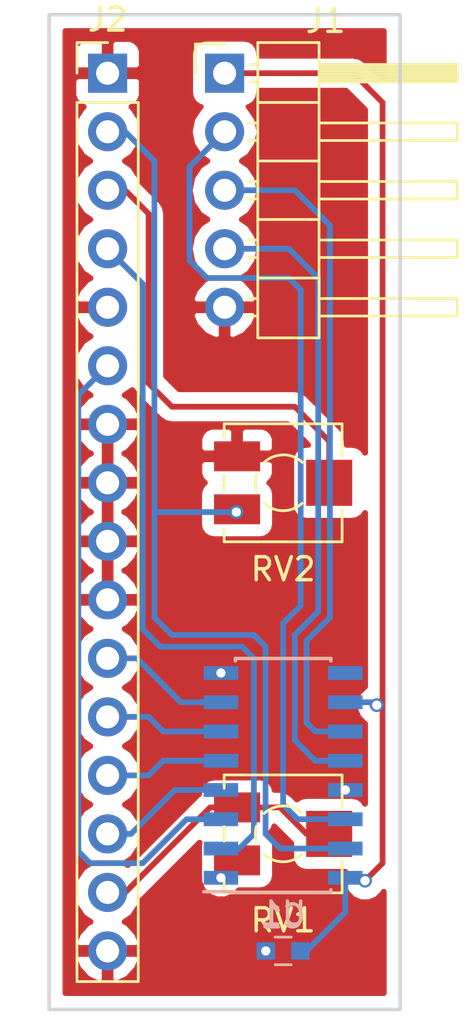
<source format=kicad_pcb>
(kicad_pcb (version 4) (host pcbnew 4.0.7)

  (general
    (links 29)
    (no_connects 0)
    (area 185.344999 76.124999 200.735001 119.455001)
    (thickness 1.6)
    (drawings 4)
    (tracks 101)
    (zones 0)
    (modules 6)
    (nets 17)
  )

  (page A4)
  (layers
    (0 F.Cu signal)
    (31 B.Cu signal)
    (32 B.Adhes user)
    (33 F.Adhes user)
    (34 B.Paste user)
    (35 F.Paste user)
    (36 B.SilkS user)
    (37 F.SilkS user)
    (38 B.Mask user)
    (39 F.Mask user)
    (40 Dwgs.User user)
    (41 Cmts.User user)
    (42 Eco1.User user)
    (43 Eco2.User user)
    (44 Edge.Cuts user)
    (45 Margin user)
    (46 B.CrtYd user)
    (47 F.CrtYd user)
    (48 B.Fab user)
    (49 F.Fab user)
  )

  (setup
    (last_trace_width 0.25)
    (trace_clearance 0.2)
    (zone_clearance 0.508)
    (zone_45_only no)
    (trace_min 0.2)
    (segment_width 0.2)
    (edge_width 0.15)
    (via_size 0.6)
    (via_drill 0.4)
    (via_min_size 0.4)
    (via_min_drill 0.3)
    (uvia_size 0.3)
    (uvia_drill 0.1)
    (uvias_allowed no)
    (uvia_min_size 0.2)
    (uvia_min_drill 0.1)
    (pcb_text_width 0.3)
    (pcb_text_size 1.5 1.5)
    (mod_edge_width 0.15)
    (mod_text_size 1 1)
    (mod_text_width 0.15)
    (pad_size 1.524 1.524)
    (pad_drill 0.762)
    (pad_to_mask_clearance 0.2)
    (aux_axis_origin 0 0)
    (visible_elements FFFFFF7F)
    (pcbplotparams
      (layerselection 0x00030_80000001)
      (usegerberextensions false)
      (excludeedgelayer true)
      (linewidth 0.100000)
      (plotframeref false)
      (viasonmask false)
      (mode 1)
      (useauxorigin false)
      (hpglpennumber 1)
      (hpglpenspeed 20)
      (hpglpendiameter 15)
      (hpglpenoverlay 2)
      (psnegative false)
      (psa4output false)
      (plotreference true)
      (plotvalue true)
      (plotinvisibletext false)
      (padsonsilk false)
      (subtractmaskfromsilk false)
      (outputformat 1)
      (mirror false)
      (drillshape 1)
      (scaleselection 1)
      (outputdirectory ""))
  )

  (net 0 "")
  (net 1 GND)
  (net 2 VCC)
  (net 3 /SER)
  (net 4 /SRCLK)
  (net 5 /RCLK)
  (net 6 /VDD)
  (net 7 /VO)
  (net 8 /RS)
  (net 9 /E)
  (net 10 /D4)
  (net 11 /D5)
  (net 12 /D6)
  (net 13 /D7)
  (net 14 /LED+)
  (net 15 "Net-(RV1-Pad1)")
  (net 16 "Net-(U1-Pad9)")

  (net_class Default "This is the default net class."
    (clearance 0.2)
    (trace_width 0.25)
    (via_dia 0.6)
    (via_drill 0.4)
    (uvia_dia 0.3)
    (uvia_drill 0.1)
    (add_net /D4)
    (add_net /D5)
    (add_net /D6)
    (add_net /D7)
    (add_net /E)
    (add_net /LED+)
    (add_net /RCLK)
    (add_net /RS)
    (add_net /SER)
    (add_net /SRCLK)
    (add_net /VDD)
    (add_net /VO)
    (add_net GND)
    (add_net "Net-(RV1-Pad1)")
    (add_net "Net-(U1-Pad9)")
    (add_net VCC)
  )

  (module Capacitors_SMD:C_0603 (layer B.Cu) (tedit 59958EE7) (tstamp 5AAC77D6)
    (at 195.58 116.84 180)
    (descr "Capacitor SMD 0603, reflow soldering, AVX (see smccp.pdf)")
    (tags "capacitor 0603")
    (path /5AAC74DF)
    (attr smd)
    (fp_text reference C1 (at 0 1.5 180) (layer B.SilkS)
      (effects (font (size 1 1) (thickness 0.15)) (justify mirror))
    )
    (fp_text value 0.1uF (at 0 -1.5 180) (layer B.Fab)
      (effects (font (size 1 1) (thickness 0.15)) (justify mirror))
    )
    (fp_line (start 1.4 -0.65) (end -1.4 -0.65) (layer B.CrtYd) (width 0.05))
    (fp_line (start 1.4 -0.65) (end 1.4 0.65) (layer B.CrtYd) (width 0.05))
    (fp_line (start -1.4 0.65) (end -1.4 -0.65) (layer B.CrtYd) (width 0.05))
    (fp_line (start -1.4 0.65) (end 1.4 0.65) (layer B.CrtYd) (width 0.05))
    (fp_line (start 0.35 -0.6) (end -0.35 -0.6) (layer B.SilkS) (width 0.12))
    (fp_line (start -0.35 0.6) (end 0.35 0.6) (layer B.SilkS) (width 0.12))
    (fp_line (start -0.8 0.4) (end 0.8 0.4) (layer B.Fab) (width 0.1))
    (fp_line (start 0.8 0.4) (end 0.8 -0.4) (layer B.Fab) (width 0.1))
    (fp_line (start 0.8 -0.4) (end -0.8 -0.4) (layer B.Fab) (width 0.1))
    (fp_line (start -0.8 -0.4) (end -0.8 0.4) (layer B.Fab) (width 0.1))
    (fp_text user %R (at 0 0 180) (layer B.Fab)
      (effects (font (size 0.3 0.3) (thickness 0.075)) (justify mirror))
    )
    (pad 2 smd rect (at 0.75 0 180) (size 0.8 0.75) (layers B.Cu B.Paste B.Mask)
      (net 1 GND))
    (pad 1 smd rect (at -0.75 0 180) (size 0.8 0.75) (layers B.Cu B.Paste B.Mask)
      (net 2 VCC))
    (model Capacitors_SMD.3dshapes/C_0603.wrl
      (at (xyz 0 0 0))
      (scale (xyz 1 1 1))
      (rotate (xyz 0 0 0))
    )
  )

  (module Pin_Headers:Pin_Header_Angled_1x05_Pitch2.54mm (layer F.Cu) (tedit 59650532) (tstamp 5AAC7830)
    (at 193.04 78.74)
    (descr "Through hole angled pin header, 1x05, 2.54mm pitch, 6mm pin length, single row")
    (tags "Through hole angled pin header THT 1x05 2.54mm single row")
    (path /5AAC6E3E)
    (fp_text reference J1 (at 4.385 -2.27) (layer F.SilkS)
      (effects (font (size 1 1) (thickness 0.15)))
    )
    (fp_text value Conn_01x05 (at 4.385 12.43) (layer F.Fab)
      (effects (font (size 1 1) (thickness 0.15)))
    )
    (fp_line (start 2.135 -1.27) (end 4.04 -1.27) (layer F.Fab) (width 0.1))
    (fp_line (start 4.04 -1.27) (end 4.04 11.43) (layer F.Fab) (width 0.1))
    (fp_line (start 4.04 11.43) (end 1.5 11.43) (layer F.Fab) (width 0.1))
    (fp_line (start 1.5 11.43) (end 1.5 -0.635) (layer F.Fab) (width 0.1))
    (fp_line (start 1.5 -0.635) (end 2.135 -1.27) (layer F.Fab) (width 0.1))
    (fp_line (start -0.32 -0.32) (end 1.5 -0.32) (layer F.Fab) (width 0.1))
    (fp_line (start -0.32 -0.32) (end -0.32 0.32) (layer F.Fab) (width 0.1))
    (fp_line (start -0.32 0.32) (end 1.5 0.32) (layer F.Fab) (width 0.1))
    (fp_line (start 4.04 -0.32) (end 10.04 -0.32) (layer F.Fab) (width 0.1))
    (fp_line (start 10.04 -0.32) (end 10.04 0.32) (layer F.Fab) (width 0.1))
    (fp_line (start 4.04 0.32) (end 10.04 0.32) (layer F.Fab) (width 0.1))
    (fp_line (start -0.32 2.22) (end 1.5 2.22) (layer F.Fab) (width 0.1))
    (fp_line (start -0.32 2.22) (end -0.32 2.86) (layer F.Fab) (width 0.1))
    (fp_line (start -0.32 2.86) (end 1.5 2.86) (layer F.Fab) (width 0.1))
    (fp_line (start 4.04 2.22) (end 10.04 2.22) (layer F.Fab) (width 0.1))
    (fp_line (start 10.04 2.22) (end 10.04 2.86) (layer F.Fab) (width 0.1))
    (fp_line (start 4.04 2.86) (end 10.04 2.86) (layer F.Fab) (width 0.1))
    (fp_line (start -0.32 4.76) (end 1.5 4.76) (layer F.Fab) (width 0.1))
    (fp_line (start -0.32 4.76) (end -0.32 5.4) (layer F.Fab) (width 0.1))
    (fp_line (start -0.32 5.4) (end 1.5 5.4) (layer F.Fab) (width 0.1))
    (fp_line (start 4.04 4.76) (end 10.04 4.76) (layer F.Fab) (width 0.1))
    (fp_line (start 10.04 4.76) (end 10.04 5.4) (layer F.Fab) (width 0.1))
    (fp_line (start 4.04 5.4) (end 10.04 5.4) (layer F.Fab) (width 0.1))
    (fp_line (start -0.32 7.3) (end 1.5 7.3) (layer F.Fab) (width 0.1))
    (fp_line (start -0.32 7.3) (end -0.32 7.94) (layer F.Fab) (width 0.1))
    (fp_line (start -0.32 7.94) (end 1.5 7.94) (layer F.Fab) (width 0.1))
    (fp_line (start 4.04 7.3) (end 10.04 7.3) (layer F.Fab) (width 0.1))
    (fp_line (start 10.04 7.3) (end 10.04 7.94) (layer F.Fab) (width 0.1))
    (fp_line (start 4.04 7.94) (end 10.04 7.94) (layer F.Fab) (width 0.1))
    (fp_line (start -0.32 9.84) (end 1.5 9.84) (layer F.Fab) (width 0.1))
    (fp_line (start -0.32 9.84) (end -0.32 10.48) (layer F.Fab) (width 0.1))
    (fp_line (start -0.32 10.48) (end 1.5 10.48) (layer F.Fab) (width 0.1))
    (fp_line (start 4.04 9.84) (end 10.04 9.84) (layer F.Fab) (width 0.1))
    (fp_line (start 10.04 9.84) (end 10.04 10.48) (layer F.Fab) (width 0.1))
    (fp_line (start 4.04 10.48) (end 10.04 10.48) (layer F.Fab) (width 0.1))
    (fp_line (start 1.44 -1.33) (end 1.44 11.49) (layer F.SilkS) (width 0.12))
    (fp_line (start 1.44 11.49) (end 4.1 11.49) (layer F.SilkS) (width 0.12))
    (fp_line (start 4.1 11.49) (end 4.1 -1.33) (layer F.SilkS) (width 0.12))
    (fp_line (start 4.1 -1.33) (end 1.44 -1.33) (layer F.SilkS) (width 0.12))
    (fp_line (start 4.1 -0.38) (end 10.1 -0.38) (layer F.SilkS) (width 0.12))
    (fp_line (start 10.1 -0.38) (end 10.1 0.38) (layer F.SilkS) (width 0.12))
    (fp_line (start 10.1 0.38) (end 4.1 0.38) (layer F.SilkS) (width 0.12))
    (fp_line (start 4.1 -0.32) (end 10.1 -0.32) (layer F.SilkS) (width 0.12))
    (fp_line (start 4.1 -0.2) (end 10.1 -0.2) (layer F.SilkS) (width 0.12))
    (fp_line (start 4.1 -0.08) (end 10.1 -0.08) (layer F.SilkS) (width 0.12))
    (fp_line (start 4.1 0.04) (end 10.1 0.04) (layer F.SilkS) (width 0.12))
    (fp_line (start 4.1 0.16) (end 10.1 0.16) (layer F.SilkS) (width 0.12))
    (fp_line (start 4.1 0.28) (end 10.1 0.28) (layer F.SilkS) (width 0.12))
    (fp_line (start 1.11 -0.38) (end 1.44 -0.38) (layer F.SilkS) (width 0.12))
    (fp_line (start 1.11 0.38) (end 1.44 0.38) (layer F.SilkS) (width 0.12))
    (fp_line (start 1.44 1.27) (end 4.1 1.27) (layer F.SilkS) (width 0.12))
    (fp_line (start 4.1 2.16) (end 10.1 2.16) (layer F.SilkS) (width 0.12))
    (fp_line (start 10.1 2.16) (end 10.1 2.92) (layer F.SilkS) (width 0.12))
    (fp_line (start 10.1 2.92) (end 4.1 2.92) (layer F.SilkS) (width 0.12))
    (fp_line (start 1.042929 2.16) (end 1.44 2.16) (layer F.SilkS) (width 0.12))
    (fp_line (start 1.042929 2.92) (end 1.44 2.92) (layer F.SilkS) (width 0.12))
    (fp_line (start 1.44 3.81) (end 4.1 3.81) (layer F.SilkS) (width 0.12))
    (fp_line (start 4.1 4.7) (end 10.1 4.7) (layer F.SilkS) (width 0.12))
    (fp_line (start 10.1 4.7) (end 10.1 5.46) (layer F.SilkS) (width 0.12))
    (fp_line (start 10.1 5.46) (end 4.1 5.46) (layer F.SilkS) (width 0.12))
    (fp_line (start 1.042929 4.7) (end 1.44 4.7) (layer F.SilkS) (width 0.12))
    (fp_line (start 1.042929 5.46) (end 1.44 5.46) (layer F.SilkS) (width 0.12))
    (fp_line (start 1.44 6.35) (end 4.1 6.35) (layer F.SilkS) (width 0.12))
    (fp_line (start 4.1 7.24) (end 10.1 7.24) (layer F.SilkS) (width 0.12))
    (fp_line (start 10.1 7.24) (end 10.1 8) (layer F.SilkS) (width 0.12))
    (fp_line (start 10.1 8) (end 4.1 8) (layer F.SilkS) (width 0.12))
    (fp_line (start 1.042929 7.24) (end 1.44 7.24) (layer F.SilkS) (width 0.12))
    (fp_line (start 1.042929 8) (end 1.44 8) (layer F.SilkS) (width 0.12))
    (fp_line (start 1.44 8.89) (end 4.1 8.89) (layer F.SilkS) (width 0.12))
    (fp_line (start 4.1 9.78) (end 10.1 9.78) (layer F.SilkS) (width 0.12))
    (fp_line (start 10.1 9.78) (end 10.1 10.54) (layer F.SilkS) (width 0.12))
    (fp_line (start 10.1 10.54) (end 4.1 10.54) (layer F.SilkS) (width 0.12))
    (fp_line (start 1.042929 9.78) (end 1.44 9.78) (layer F.SilkS) (width 0.12))
    (fp_line (start 1.042929 10.54) (end 1.44 10.54) (layer F.SilkS) (width 0.12))
    (fp_line (start -1.27 0) (end -1.27 -1.27) (layer F.SilkS) (width 0.12))
    (fp_line (start -1.27 -1.27) (end 0 -1.27) (layer F.SilkS) (width 0.12))
    (fp_line (start -1.8 -1.8) (end -1.8 11.95) (layer F.CrtYd) (width 0.05))
    (fp_line (start -1.8 11.95) (end 10.55 11.95) (layer F.CrtYd) (width 0.05))
    (fp_line (start 10.55 11.95) (end 10.55 -1.8) (layer F.CrtYd) (width 0.05))
    (fp_line (start 10.55 -1.8) (end -1.8 -1.8) (layer F.CrtYd) (width 0.05))
    (fp_text user %R (at 2.77 5.08 90) (layer F.Fab)
      (effects (font (size 1 1) (thickness 0.15)))
    )
    (pad 1 thru_hole rect (at 0 0) (size 1.7 1.7) (drill 1) (layers *.Cu *.Mask)
      (net 2 VCC))
    (pad 2 thru_hole oval (at 0 2.54) (size 1.7 1.7) (drill 1) (layers *.Cu *.Mask)
      (net 3 /SER))
    (pad 3 thru_hole oval (at 0 5.08) (size 1.7 1.7) (drill 1) (layers *.Cu *.Mask)
      (net 4 /SRCLK))
    (pad 4 thru_hole oval (at 0 7.62) (size 1.7 1.7) (drill 1) (layers *.Cu *.Mask)
      (net 5 /RCLK))
    (pad 5 thru_hole oval (at 0 10.16) (size 1.7 1.7) (drill 1) (layers *.Cu *.Mask)
      (net 1 GND))
    (model ${KISYS3DMOD}/Pin_Headers.3dshapes/Pin_Header_Angled_1x05_Pitch2.54mm.wrl
      (at (xyz 0 0 0))
      (scale (xyz 1 1 1))
      (rotate (xyz 0 0 0))
    )
  )

  (module Pin_Headers:Pin_Header_Straight_1x16_Pitch2.54mm (layer F.Cu) (tedit 59650532) (tstamp 5AAC7854)
    (at 187.96 78.74)
    (descr "Through hole straight pin header, 1x16, 2.54mm pitch, single row")
    (tags "Through hole pin header THT 1x16 2.54mm single row")
    (path /5AAC687F)
    (fp_text reference J2 (at 0 -2.33) (layer F.SilkS)
      (effects (font (size 1 1) (thickness 0.15)))
    )
    (fp_text value Conn_01x16 (at 0 40.43) (layer F.Fab)
      (effects (font (size 1 1) (thickness 0.15)))
    )
    (fp_line (start -0.635 -1.27) (end 1.27 -1.27) (layer F.Fab) (width 0.1))
    (fp_line (start 1.27 -1.27) (end 1.27 39.37) (layer F.Fab) (width 0.1))
    (fp_line (start 1.27 39.37) (end -1.27 39.37) (layer F.Fab) (width 0.1))
    (fp_line (start -1.27 39.37) (end -1.27 -0.635) (layer F.Fab) (width 0.1))
    (fp_line (start -1.27 -0.635) (end -0.635 -1.27) (layer F.Fab) (width 0.1))
    (fp_line (start -1.33 39.43) (end 1.33 39.43) (layer F.SilkS) (width 0.12))
    (fp_line (start -1.33 1.27) (end -1.33 39.43) (layer F.SilkS) (width 0.12))
    (fp_line (start 1.33 1.27) (end 1.33 39.43) (layer F.SilkS) (width 0.12))
    (fp_line (start -1.33 1.27) (end 1.33 1.27) (layer F.SilkS) (width 0.12))
    (fp_line (start -1.33 0) (end -1.33 -1.33) (layer F.SilkS) (width 0.12))
    (fp_line (start -1.33 -1.33) (end 0 -1.33) (layer F.SilkS) (width 0.12))
    (fp_line (start -1.8 -1.8) (end -1.8 39.9) (layer F.CrtYd) (width 0.05))
    (fp_line (start -1.8 39.9) (end 1.8 39.9) (layer F.CrtYd) (width 0.05))
    (fp_line (start 1.8 39.9) (end 1.8 -1.8) (layer F.CrtYd) (width 0.05))
    (fp_line (start 1.8 -1.8) (end -1.8 -1.8) (layer F.CrtYd) (width 0.05))
    (fp_text user %R (at 0 19.05 90) (layer F.Fab)
      (effects (font (size 1 1) (thickness 0.15)))
    )
    (pad 1 thru_hole rect (at 0 0) (size 1.7 1.7) (drill 1) (layers *.Cu *.Mask)
      (net 1 GND))
    (pad 2 thru_hole oval (at 0 2.54) (size 1.7 1.7) (drill 1) (layers *.Cu *.Mask)
      (net 6 /VDD))
    (pad 3 thru_hole oval (at 0 5.08) (size 1.7 1.7) (drill 1) (layers *.Cu *.Mask)
      (net 7 /VO))
    (pad 4 thru_hole oval (at 0 7.62) (size 1.7 1.7) (drill 1) (layers *.Cu *.Mask)
      (net 8 /RS))
    (pad 5 thru_hole oval (at 0 10.16) (size 1.7 1.7) (drill 1) (layers *.Cu *.Mask)
      (net 1 GND))
    (pad 6 thru_hole oval (at 0 12.7) (size 1.7 1.7) (drill 1) (layers *.Cu *.Mask)
      (net 9 /E))
    (pad 7 thru_hole oval (at 0 15.24) (size 1.7 1.7) (drill 1) (layers *.Cu *.Mask)
      (net 1 GND))
    (pad 8 thru_hole oval (at 0 17.78) (size 1.7 1.7) (drill 1) (layers *.Cu *.Mask)
      (net 1 GND))
    (pad 9 thru_hole oval (at 0 20.32) (size 1.7 1.7) (drill 1) (layers *.Cu *.Mask)
      (net 1 GND))
    (pad 10 thru_hole oval (at 0 22.86) (size 1.7 1.7) (drill 1) (layers *.Cu *.Mask)
      (net 1 GND))
    (pad 11 thru_hole oval (at 0 25.4) (size 1.7 1.7) (drill 1) (layers *.Cu *.Mask)
      (net 10 /D4))
    (pad 12 thru_hole oval (at 0 27.94) (size 1.7 1.7) (drill 1) (layers *.Cu *.Mask)
      (net 11 /D5))
    (pad 13 thru_hole oval (at 0 30.48) (size 1.7 1.7) (drill 1) (layers *.Cu *.Mask)
      (net 12 /D6))
    (pad 14 thru_hole oval (at 0 33.02) (size 1.7 1.7) (drill 1) (layers *.Cu *.Mask)
      (net 13 /D7))
    (pad 15 thru_hole oval (at 0 35.56) (size 1.7 1.7) (drill 1) (layers *.Cu *.Mask)
      (net 14 /LED+))
    (pad 16 thru_hole oval (at 0 38.1) (size 1.7 1.7) (drill 1) (layers *.Cu *.Mask)
      (net 1 GND))
    (model ${KISYS3DMOD}/Pin_Headers.3dshapes/Pin_Header_Straight_1x16_Pitch2.54mm.wrl
      (at (xyz 0 0 0))
      (scale (xyz 1 1 1))
      (rotate (xyz 0 0 0))
    )
  )

  (module Potentiometers:Potentiometer_Trimmer_Vishay_TS53YJ (layer F.Cu) (tedit 58826B0B) (tstamp 5AAC787B)
    (at 195.58 111.76 180)
    (descr "Spindle Trimmer Potentiometer, Vishay TS53YJ, https://www.bourns.com/pdfs/3224.pdf")
    (tags "Spindle Trimmer Potentiometer   Vishay TS53YJ")
    (path /5AAAD05B)
    (attr smd)
    (fp_text reference RV1 (at 0 -3.75 180) (layer F.SilkS)
      (effects (font (size 1 1) (thickness 0.15)))
    )
    (fp_text value 1K (at 0 3.75 180) (layer F.Fab)
      (effects (font (size 1 1) (thickness 0.15)))
    )
    (fp_line (start -2.5 -2.5) (end -2.5 2.5) (layer F.Fab) (width 0.1))
    (fp_line (start -2.5 2.5) (end 2.5 2.5) (layer F.Fab) (width 0.1))
    (fp_line (start 2.5 2.5) (end 2.5 -2.5) (layer F.Fab) (width 0.1))
    (fp_line (start 2.5 -2.5) (end -2.5 -2.5) (layer F.Fab) (width 0.1))
    (fp_line (start -0.92 -0.06) (end -0.06 -0.06) (layer F.Fab) (width 0.1))
    (fp_line (start -0.06 -0.06) (end -0.06 -0.92) (layer F.Fab) (width 0.1))
    (fp_line (start -0.06 -0.92) (end 0.06 -0.92) (layer F.Fab) (width 0.1))
    (fp_line (start 0.06 -0.92) (end 0.06 -0.06) (layer F.Fab) (width 0.1))
    (fp_line (start 0.06 -0.06) (end 0.92 -0.06) (layer F.Fab) (width 0.1))
    (fp_line (start 0.92 -0.06) (end 0.92 0.06) (layer F.Fab) (width 0.1))
    (fp_line (start 0.92 0.06) (end 0.06 0.06) (layer F.Fab) (width 0.1))
    (fp_line (start 0.06 0.06) (end 0.06 0.92) (layer F.Fab) (width 0.1))
    (fp_line (start 0.06 0.92) (end -0.06 0.92) (layer F.Fab) (width 0.1))
    (fp_line (start -0.06 0.92) (end -0.06 0.06) (layer F.Fab) (width 0.1))
    (fp_line (start -0.06 0.06) (end -0.92 0.06) (layer F.Fab) (width 0.1))
    (fp_line (start -0.92 0.06) (end -0.92 -0.06) (layer F.Fab) (width 0.1))
    (fp_line (start -2.56 -2.56) (end 2.56 -2.56) (layer F.SilkS) (width 0.12))
    (fp_line (start -2.56 2.56) (end 2.56 2.56) (layer F.SilkS) (width 0.12))
    (fp_line (start -2.56 -2.56) (end -2.56 -1.18) (layer F.SilkS) (width 0.12))
    (fp_line (start -2.56 1.18) (end -2.56 2.56) (layer F.SilkS) (width 0.12))
    (fp_line (start 2.56 -2.56) (end 2.56 -1.98) (layer F.SilkS) (width 0.12))
    (fp_line (start 2.56 -0.32) (end 2.56 0.32) (layer F.SilkS) (width 0.12))
    (fp_line (start 2.56 1.98) (end 2.56 2.56) (layer F.SilkS) (width 0.12))
    (fp_line (start -3.28 -2.75) (end -3.28 2.75) (layer F.CrtYd) (width 0.05))
    (fp_line (start -3.28 2.75) (end 3.27 2.75) (layer F.CrtYd) (width 0.05))
    (fp_line (start 3.27 2.75) (end 3.27 -2.75) (layer F.CrtYd) (width 0.05))
    (fp_line (start 3.27 -2.75) (end -3.28 -2.75) (layer F.CrtYd) (width 0.05))
    (fp_circle (center 0 0) (end 1.15 0) (layer F.Fab) (width 0.1))
    (fp_arc (start 0 0) (end 0 1.21) (angle -43) (layer F.SilkS) (width 0.12))
    (fp_arc (start 0 0) (end 1.16 0.33) (angle -32) (layer F.SilkS) (width 0.12))
    (fp_arc (start 0 0) (end 0.83 -0.88) (angle -86) (layer F.SilkS) (width 0.12))
    (fp_arc (start 0 0) (end -0.83 0.89) (angle -44) (layer F.SilkS) (width 0.12))
    (pad 1 smd rect (at 2 -1.15 180) (size 2 1.3) (layers F.Cu F.Mask)
      (net 15 "Net-(RV1-Pad1)"))
    (pad 2 smd rect (at -2 0 180) (size 2 2) (layers F.Cu F.Mask)
      (net 14 /LED+))
    (pad 3 smd rect (at 2 1.15 180) (size 2 1.3) (layers F.Cu F.Mask)
      (net 14 /LED+))
    (model Potentiometers.3dshapes/Potentiometer_Trimmer_Vishay_TS53YJ.wrl
      (at (xyz 0.03 0 0))
      (scale (xyz 0.39 0.39 0.39))
      (rotate (xyz 0 0 0))
    )
  )

  (module Potentiometers:Potentiometer_Trimmer_Vishay_TS53YJ (layer F.Cu) (tedit 58826B0B) (tstamp 5AAC78A2)
    (at 195.58 96.52 180)
    (descr "Spindle Trimmer Potentiometer, Vishay TS53YJ, https://www.bourns.com/pdfs/3224.pdf")
    (tags "Spindle Trimmer Potentiometer   Vishay TS53YJ")
    (path /5AA9FC29)
    (attr smd)
    (fp_text reference RV2 (at 0 -3.75 180) (layer F.SilkS)
      (effects (font (size 1 1) (thickness 0.15)))
    )
    (fp_text value 10K (at 0 3.75 180) (layer F.Fab)
      (effects (font (size 1 1) (thickness 0.15)))
    )
    (fp_line (start -2.5 -2.5) (end -2.5 2.5) (layer F.Fab) (width 0.1))
    (fp_line (start -2.5 2.5) (end 2.5 2.5) (layer F.Fab) (width 0.1))
    (fp_line (start 2.5 2.5) (end 2.5 -2.5) (layer F.Fab) (width 0.1))
    (fp_line (start 2.5 -2.5) (end -2.5 -2.5) (layer F.Fab) (width 0.1))
    (fp_line (start -0.92 -0.06) (end -0.06 -0.06) (layer F.Fab) (width 0.1))
    (fp_line (start -0.06 -0.06) (end -0.06 -0.92) (layer F.Fab) (width 0.1))
    (fp_line (start -0.06 -0.92) (end 0.06 -0.92) (layer F.Fab) (width 0.1))
    (fp_line (start 0.06 -0.92) (end 0.06 -0.06) (layer F.Fab) (width 0.1))
    (fp_line (start 0.06 -0.06) (end 0.92 -0.06) (layer F.Fab) (width 0.1))
    (fp_line (start 0.92 -0.06) (end 0.92 0.06) (layer F.Fab) (width 0.1))
    (fp_line (start 0.92 0.06) (end 0.06 0.06) (layer F.Fab) (width 0.1))
    (fp_line (start 0.06 0.06) (end 0.06 0.92) (layer F.Fab) (width 0.1))
    (fp_line (start 0.06 0.92) (end -0.06 0.92) (layer F.Fab) (width 0.1))
    (fp_line (start -0.06 0.92) (end -0.06 0.06) (layer F.Fab) (width 0.1))
    (fp_line (start -0.06 0.06) (end -0.92 0.06) (layer F.Fab) (width 0.1))
    (fp_line (start -0.92 0.06) (end -0.92 -0.06) (layer F.Fab) (width 0.1))
    (fp_line (start -2.56 -2.56) (end 2.56 -2.56) (layer F.SilkS) (width 0.12))
    (fp_line (start -2.56 2.56) (end 2.56 2.56) (layer F.SilkS) (width 0.12))
    (fp_line (start -2.56 -2.56) (end -2.56 -1.18) (layer F.SilkS) (width 0.12))
    (fp_line (start -2.56 1.18) (end -2.56 2.56) (layer F.SilkS) (width 0.12))
    (fp_line (start 2.56 -2.56) (end 2.56 -1.98) (layer F.SilkS) (width 0.12))
    (fp_line (start 2.56 -0.32) (end 2.56 0.32) (layer F.SilkS) (width 0.12))
    (fp_line (start 2.56 1.98) (end 2.56 2.56) (layer F.SilkS) (width 0.12))
    (fp_line (start -3.28 -2.75) (end -3.28 2.75) (layer F.CrtYd) (width 0.05))
    (fp_line (start -3.28 2.75) (end 3.27 2.75) (layer F.CrtYd) (width 0.05))
    (fp_line (start 3.27 2.75) (end 3.27 -2.75) (layer F.CrtYd) (width 0.05))
    (fp_line (start 3.27 -2.75) (end -3.28 -2.75) (layer F.CrtYd) (width 0.05))
    (fp_circle (center 0 0) (end 1.15 0) (layer F.Fab) (width 0.1))
    (fp_arc (start 0 0) (end 0 1.21) (angle -43) (layer F.SilkS) (width 0.12))
    (fp_arc (start 0 0) (end 1.16 0.33) (angle -32) (layer F.SilkS) (width 0.12))
    (fp_arc (start 0 0) (end 0.83 -0.88) (angle -86) (layer F.SilkS) (width 0.12))
    (fp_arc (start 0 0) (end -0.83 0.89) (angle -44) (layer F.SilkS) (width 0.12))
    (pad 1 smd rect (at 2 -1.15 180) (size 2 1.3) (layers F.Cu F.Mask)
      (net 6 /VDD))
    (pad 2 smd rect (at -2 0 180) (size 2 2) (layers F.Cu F.Mask)
      (net 7 /VO))
    (pad 3 smd rect (at 2 1.15 180) (size 2 1.3) (layers F.Cu F.Mask)
      (net 1 GND))
    (model Potentiometers.3dshapes/Potentiometer_Trimmer_Vishay_TS53YJ.wrl
      (at (xyz 0.03 0 0))
      (scale (xyz 0.39 0.39 0.39))
      (rotate (xyz 0 0 0))
    )
  )

  (module Housings_SOIC:SOIC-16_3.9x9.9mm_Pitch1.27mm (layer B.Cu) (tedit 58CC8F64) (tstamp 5AAC78C7)
    (at 195.58 109.22)
    (descr "16-Lead Plastic Small Outline (SL) - Narrow, 3.90 mm Body [SOIC] (see Microchip Packaging Specification 00000049BS.pdf)")
    (tags "SOIC 1.27")
    (path /5AA9F6B8)
    (attr smd)
    (fp_text reference U1 (at 0 6) (layer B.SilkS)
      (effects (font (size 1 1) (thickness 0.15)) (justify mirror))
    )
    (fp_text value 74HC595 (at 0 -6) (layer B.Fab)
      (effects (font (size 1 1) (thickness 0.15)) (justify mirror))
    )
    (fp_text user %R (at 0 0) (layer B.Fab)
      (effects (font (size 0.9 0.9) (thickness 0.135)) (justify mirror))
    )
    (fp_line (start -0.95 4.95) (end 1.95 4.95) (layer B.Fab) (width 0.15))
    (fp_line (start 1.95 4.95) (end 1.95 -4.95) (layer B.Fab) (width 0.15))
    (fp_line (start 1.95 -4.95) (end -1.95 -4.95) (layer B.Fab) (width 0.15))
    (fp_line (start -1.95 -4.95) (end -1.95 3.95) (layer B.Fab) (width 0.15))
    (fp_line (start -1.95 3.95) (end -0.95 4.95) (layer B.Fab) (width 0.15))
    (fp_line (start -3.7 5.25) (end -3.7 -5.25) (layer B.CrtYd) (width 0.05))
    (fp_line (start 3.7 5.25) (end 3.7 -5.25) (layer B.CrtYd) (width 0.05))
    (fp_line (start -3.7 5.25) (end 3.7 5.25) (layer B.CrtYd) (width 0.05))
    (fp_line (start -3.7 -5.25) (end 3.7 -5.25) (layer B.CrtYd) (width 0.05))
    (fp_line (start -2.075 5.075) (end -2.075 5.05) (layer B.SilkS) (width 0.15))
    (fp_line (start 2.075 5.075) (end 2.075 4.97) (layer B.SilkS) (width 0.15))
    (fp_line (start 2.075 -5.075) (end 2.075 -4.97) (layer B.SilkS) (width 0.15))
    (fp_line (start -2.075 -5.075) (end -2.075 -4.97) (layer B.SilkS) (width 0.15))
    (fp_line (start -2.075 5.075) (end 2.075 5.075) (layer B.SilkS) (width 0.15))
    (fp_line (start -2.075 -5.075) (end 2.075 -5.075) (layer B.SilkS) (width 0.15))
    (fp_line (start -2.075 5.05) (end -3.45 5.05) (layer B.SilkS) (width 0.15))
    (pad 1 smd rect (at -2.7 4.445) (size 1.5 0.6) (layers B.Cu B.Paste B.Mask)
      (net 15 "Net-(RV1-Pad1)"))
    (pad 2 smd rect (at -2.7 3.175) (size 1.5 0.6) (layers B.Cu B.Paste B.Mask)
      (net 8 /RS))
    (pad 3 smd rect (at -2.7 1.905) (size 1.5 0.6) (layers B.Cu B.Paste B.Mask)
      (net 9 /E))
    (pad 4 smd rect (at -2.7 0.635) (size 1.5 0.6) (layers B.Cu B.Paste B.Mask)
      (net 13 /D7))
    (pad 5 smd rect (at -2.7 -0.635) (size 1.5 0.6) (layers B.Cu B.Paste B.Mask)
      (net 12 /D6))
    (pad 6 smd rect (at -2.7 -1.905) (size 1.5 0.6) (layers B.Cu B.Paste B.Mask)
      (net 11 /D5))
    (pad 7 smd rect (at -2.7 -3.175) (size 1.5 0.6) (layers B.Cu B.Paste B.Mask)
      (net 10 /D4))
    (pad 8 smd rect (at -2.7 -4.445) (size 1.5 0.6) (layers B.Cu B.Paste B.Mask)
      (net 1 GND))
    (pad 9 smd rect (at 2.7 -4.445) (size 1.5 0.6) (layers B.Cu B.Paste B.Mask)
      (net 16 "Net-(U1-Pad9)"))
    (pad 10 smd rect (at 2.7 -3.175) (size 1.5 0.6) (layers B.Cu B.Paste B.Mask)
      (net 2 VCC))
    (pad 11 smd rect (at 2.7 -1.905) (size 1.5 0.6) (layers B.Cu B.Paste B.Mask)
      (net 4 /SRCLK))
    (pad 12 smd rect (at 2.7 -0.635) (size 1.5 0.6) (layers B.Cu B.Paste B.Mask)
      (net 5 /RCLK))
    (pad 13 smd rect (at 2.7 0.635) (size 1.5 0.6) (layers B.Cu B.Paste B.Mask)
      (net 1 GND))
    (pad 14 smd rect (at 2.7 1.905) (size 1.5 0.6) (layers B.Cu B.Paste B.Mask)
      (net 3 /SER))
    (pad 15 smd rect (at 2.7 3.175) (size 1.5 0.6) (layers B.Cu B.Paste B.Mask)
      (net 6 /VDD))
    (pad 16 smd rect (at 2.7 4.445) (size 1.5 0.6) (layers B.Cu B.Paste B.Mask)
      (net 2 VCC))
    (model ${KISYS3DMOD}/Housings_SOIC.3dshapes/SOIC-16_3.9x9.9mm_Pitch1.27mm.wrl
      (at (xyz 0 0 0))
      (scale (xyz 1 1 1))
      (rotate (xyz 0 0 0))
    )
  )

  (gr_line (start 200.66 76.2) (end 185.42 76.2) (angle 90) (layer Edge.Cuts) (width 0.15))
  (gr_line (start 200.66 119.38) (end 200.66 76.2) (angle 90) (layer Edge.Cuts) (width 0.15))
  (gr_line (start 185.42 119.38) (end 200.66 119.38) (angle 90) (layer Edge.Cuts) (width 0.15))
  (gr_line (start 185.42 76.2) (end 185.42 119.38) (angle 90) (layer Edge.Cuts) (width 0.15))

  (via (at 194.83 116.84) (size 0.6) (drill 0.4) (layers F.Cu B.Cu) (net 1))
  (via (at 198.28 109.855) (size 0.6) (drill 0.4) (layers F.Cu B.Cu) (net 1))
  (via (at 192.88 104.775) (size 0.6) (drill 0.4) (layers F.Cu B.Cu) (net 1))
  (segment (start 199.898 105.664) (end 199.898 105.918) (width 0.25) (layer F.Cu) (net 2))
  (segment (start 199.517 106.045) (end 198.28 106.045) (width 0.25) (layer B.Cu) (net 2) (tstamp 5AAC7EC2))
  (segment (start 199.644 106.172) (end 199.517 106.045) (width 0.25) (layer B.Cu) (net 2) (tstamp 5AAC7EC1))
  (via (at 199.644 106.172) (size 0.6) (drill 0.4) (layers F.Cu B.Cu) (net 2))
  (segment (start 199.898 105.918) (end 199.644 106.172) (width 0.25) (layer F.Cu) (net 2) (tstamp 5AAC7EBF))
  (segment (start 193.04 78.74) (end 198.628 78.74) (width 0.25) (layer F.Cu) (net 2))
  (segment (start 199.136 113.792) (end 199.009 113.665) (width 0.25) (layer B.Cu) (net 2) (tstamp 5AAC7EB8))
  (via (at 199.136 113.792) (size 0.6) (drill 0.4) (layers F.Cu B.Cu) (net 2))
  (segment (start 199.898 113.03) (end 199.136 113.792) (width 0.25) (layer F.Cu) (net 2) (tstamp 5AAC7EB6))
  (segment (start 199.898 80.01) (end 199.898 105.664) (width 0.25) (layer F.Cu) (net 2) (tstamp 5AAC7EB4))
  (segment (start 199.898 105.664) (end 199.898 113.03) (width 0.25) (layer F.Cu) (net 2) (tstamp 5AAC7EBD))
  (segment (start 198.628 78.74) (end 199.898 80.01) (width 0.25) (layer F.Cu) (net 2) (tstamp 5AAC7EB2))
  (segment (start 199.009 113.665) (end 198.28 113.665) (width 0.25) (layer B.Cu) (net 2) (tstamp 5AAC7EB9))
  (segment (start 196.33 116.84) (end 196.596 116.84) (width 0.25) (layer B.Cu) (net 2))
  (segment (start 196.596 116.84) (end 198.28 115.156) (width 0.25) (layer B.Cu) (net 2) (tstamp 5AAC7E38))
  (segment (start 198.28 115.156) (end 198.28 113.665) (width 0.25) (layer B.Cu) (net 2) (tstamp 5AAC7E39))
  (segment (start 198.28 111.125) (end 196.215 111.125) (width 0.25) (layer B.Cu) (net 3))
  (segment (start 191.516 82.804) (end 193.04 81.28) (width 0.25) (layer B.Cu) (net 3) (tstamp 5AAC7EE6))
  (segment (start 191.516 86.868) (end 191.516 82.804) (width 0.25) (layer B.Cu) (net 3) (tstamp 5AAC7EE5))
  (segment (start 192.278 87.63) (end 191.516 86.868) (width 0.25) (layer B.Cu) (net 3) (tstamp 5AAC7EE4))
  (segment (start 195.834 87.63) (end 192.278 87.63) (width 0.25) (layer B.Cu) (net 3) (tstamp 5AAC7EE3))
  (segment (start 196.342 88.138) (end 195.834 87.63) (width 0.25) (layer B.Cu) (net 3) (tstamp 5AAC7EE2))
  (segment (start 196.342 101.854) (end 196.342 88.138) (width 0.25) (layer B.Cu) (net 3) (tstamp 5AAC7EE1))
  (segment (start 195.58 102.616) (end 196.342 101.854) (width 0.25) (layer B.Cu) (net 3) (tstamp 5AAC7EDF))
  (segment (start 195.58 110.49) (end 195.58 102.616) (width 0.25) (layer B.Cu) (net 3) (tstamp 5AAC7EDE))
  (segment (start 196.215 111.125) (end 195.58 110.49) (width 0.25) (layer B.Cu) (net 3) (tstamp 5AAC7EDD))
  (segment (start 198.28 107.315) (end 196.977 107.315) (width 0.25) (layer B.Cu) (net 4))
  (segment (start 196.088 83.82) (end 193.04 83.82) (width 0.25) (layer B.Cu) (net 4) (tstamp 5AAC7ECD))
  (segment (start 197.612 85.344) (end 196.088 83.82) (width 0.25) (layer B.Cu) (net 4) (tstamp 5AAC7ECB))
  (segment (start 197.612 102.362) (end 197.612 85.344) (width 0.25) (layer B.Cu) (net 4) (tstamp 5AAC7EC9))
  (segment (start 196.596 103.378) (end 197.612 102.362) (width 0.25) (layer B.Cu) (net 4) (tstamp 5AAC7EC7))
  (segment (start 196.596 106.934) (end 196.596 103.378) (width 0.25) (layer B.Cu) (net 4) (tstamp 5AAC7EC6))
  (segment (start 196.977 107.315) (end 196.596 106.934) (width 0.25) (layer B.Cu) (net 4) (tstamp 5AAC7EC5))
  (segment (start 198.28 108.585) (end 196.977 108.585) (width 0.25) (layer B.Cu) (net 5))
  (segment (start 195.834 86.36) (end 193.04 86.36) (width 0.25) (layer B.Cu) (net 5) (tstamp 5AAC7ED9))
  (segment (start 197.104 87.63) (end 195.834 86.36) (width 0.25) (layer B.Cu) (net 5) (tstamp 5AAC7ED7))
  (segment (start 197.104 102.108) (end 197.104 87.63) (width 0.25) (layer B.Cu) (net 5) (tstamp 5AAC7ED5))
  (segment (start 196.088 103.124) (end 197.104 102.108) (width 0.25) (layer B.Cu) (net 5) (tstamp 5AAC7ED3))
  (segment (start 196.088 107.696) (end 196.088 103.124) (width 0.25) (layer B.Cu) (net 5) (tstamp 5AAC7ED2))
  (segment (start 196.977 108.585) (end 196.088 107.696) (width 0.25) (layer B.Cu) (net 5) (tstamp 5AAC7ED1))
  (segment (start 189.992 97.79) (end 193.548 97.79) (width 0.25) (layer B.Cu) (net 6))
  (segment (start 193.548 97.79) (end 193.58 97.758) (width 0.25) (layer F.Cu) (net 6) (tstamp 5AAC7EA1))
  (via (at 193.548 97.79) (size 0.6) (drill 0.4) (layers F.Cu B.Cu) (net 6))
  (segment (start 193.58 97.758) (end 193.58 97.67) (width 0.25) (layer F.Cu) (net 6) (tstamp 5AAC7EA2))
  (segment (start 187.96 81.28) (end 188.722 81.28) (width 0.25) (layer B.Cu) (net 6))
  (segment (start 188.722 81.28) (end 189.992 82.55) (width 0.25) (layer B.Cu) (net 6) (tstamp 5AAC7E92))
  (segment (start 189.992 82.55) (end 189.992 97.79) (width 0.25) (layer B.Cu) (net 6) (tstamp 5AAC7E93))
  (segment (start 189.992 97.79) (end 189.992 102.362) (width 0.25) (layer B.Cu) (net 6) (tstamp 5AAC7E9D))
  (segment (start 189.992 102.362) (end 190.754 103.124) (width 0.25) (layer B.Cu) (net 6) (tstamp 5AAC7E95))
  (segment (start 190.754 103.124) (end 194.31 103.124) (width 0.25) (layer B.Cu) (net 6) (tstamp 5AAC7E96))
  (segment (start 194.31 103.124) (end 194.818 103.632) (width 0.25) (layer B.Cu) (net 6) (tstamp 5AAC7E97))
  (segment (start 194.818 103.632) (end 194.818 111.76) (width 0.25) (layer B.Cu) (net 6) (tstamp 5AAC7E98))
  (segment (start 194.818 111.76) (end 195.453 112.395) (width 0.25) (layer B.Cu) (net 6) (tstamp 5AAC7E99))
  (segment (start 195.453 112.395) (end 198.28 112.395) (width 0.25) (layer B.Cu) (net 6) (tstamp 5AAC7E9A))
  (segment (start 187.96 83.82) (end 188.722 83.82) (width 0.25) (layer F.Cu) (net 7))
  (segment (start 188.722 83.82) (end 189.738 84.836) (width 0.25) (layer F.Cu) (net 7) (tstamp 5AAC7EA5))
  (segment (start 189.738 84.836) (end 189.738 92.202) (width 0.25) (layer F.Cu) (net 7) (tstamp 5AAC7EA6))
  (segment (start 189.738 92.202) (end 190.754 93.218) (width 0.25) (layer F.Cu) (net 7) (tstamp 5AAC7EA8))
  (segment (start 190.754 93.218) (end 196.088 93.218) (width 0.25) (layer F.Cu) (net 7) (tstamp 5AAC7EA9))
  (segment (start 196.088 93.218) (end 197.58 94.71) (width 0.25) (layer F.Cu) (net 7) (tstamp 5AAC7EAB))
  (segment (start 197.58 94.71) (end 197.58 96.52) (width 0.25) (layer F.Cu) (net 7) (tstamp 5AAC7EAD))
  (segment (start 192.88 112.395) (end 193.675 112.395) (width 0.25) (layer B.Cu) (net 8))
  (segment (start 189.484 87.884) (end 187.96 86.36) (width 0.25) (layer B.Cu) (net 8) (tstamp 5AAC7E8E))
  (segment (start 189.484 102.87) (end 189.484 87.884) (width 0.25) (layer B.Cu) (net 8) (tstamp 5AAC7E8D))
  (segment (start 190.246 103.632) (end 189.484 102.87) (width 0.25) (layer B.Cu) (net 8) (tstamp 5AAC7E8C))
  (segment (start 193.802 103.632) (end 190.246 103.632) (width 0.25) (layer B.Cu) (net 8) (tstamp 5AAC7E8B))
  (segment (start 194.31 104.14) (end 193.802 103.632) (width 0.25) (layer B.Cu) (net 8) (tstamp 5AAC7E8A))
  (segment (start 194.31 111.76) (end 194.31 104.14) (width 0.25) (layer B.Cu) (net 8) (tstamp 5AAC7E89))
  (segment (start 193.675 112.395) (end 194.31 111.76) (width 0.25) (layer B.Cu) (net 8) (tstamp 5AAC7E88))
  (segment (start 187.96 86.36) (end 187.452 86.36) (width 0.25) (layer B.Cu) (net 8))
  (segment (start 192.88 111.125) (end 191.389 111.125) (width 0.25) (layer B.Cu) (net 9))
  (segment (start 186.69 92.71) (end 187.96 91.44) (width 0.25) (layer B.Cu) (net 9) (tstamp 5AAC7E84))
  (segment (start 186.69 112.522) (end 186.69 92.71) (width 0.25) (layer B.Cu) (net 9) (tstamp 5AAC7E83))
  (segment (start 187.198 113.03) (end 186.69 112.522) (width 0.25) (layer B.Cu) (net 9) (tstamp 5AAC7E82))
  (segment (start 189.484 113.03) (end 187.198 113.03) (width 0.25) (layer B.Cu) (net 9) (tstamp 5AAC7E80))
  (segment (start 191.389 111.125) (end 189.484 113.03) (width 0.25) (layer B.Cu) (net 9) (tstamp 5AAC7E7E))
  (segment (start 192.88 106.045) (end 191.135 106.045) (width 0.25) (layer B.Cu) (net 10))
  (segment (start 189.23 104.14) (end 187.96 104.14) (width 0.25) (layer B.Cu) (net 10) (tstamp 5AAC7E17))
  (segment (start 191.135 106.045) (end 189.23 104.14) (width 0.25) (layer B.Cu) (net 10) (tstamp 5AAC7E15))
  (segment (start 192.88 107.315) (end 190.373 107.315) (width 0.25) (layer B.Cu) (net 11))
  (segment (start 189.738 106.68) (end 187.96 106.68) (width 0.25) (layer B.Cu) (net 11) (tstamp 5AAC7E12))
  (segment (start 190.373 107.315) (end 189.738 106.68) (width 0.25) (layer B.Cu) (net 11) (tstamp 5AAC7E11))
  (segment (start 192.88 108.585) (end 190.373 108.585) (width 0.25) (layer B.Cu) (net 12))
  (segment (start 189.738 109.22) (end 187.96 109.22) (width 0.25) (layer B.Cu) (net 12) (tstamp 5AAC7E27))
  (segment (start 190.373 108.585) (end 189.738 109.22) (width 0.25) (layer B.Cu) (net 12) (tstamp 5AAC7E26))
  (segment (start 192.88 109.855) (end 190.881 109.855) (width 0.25) (layer B.Cu) (net 13))
  (segment (start 188.976 111.76) (end 187.96 111.76) (width 0.25) (layer B.Cu) (net 13) (tstamp 5AAC7E2C))
  (segment (start 190.881 109.855) (end 188.976 111.76) (width 0.25) (layer B.Cu) (net 13) (tstamp 5AAC7E2A))
  (segment (start 193.58 110.61) (end 192.412 110.61) (width 0.25) (layer F.Cu) (net 14))
  (segment (start 192.412 110.61) (end 188.722 114.3) (width 0.25) (layer F.Cu) (net 14) (tstamp 5AAC7E45))
  (segment (start 188.722 114.3) (end 187.96 114.3) (width 0.25) (layer F.Cu) (net 14) (tstamp 5AAC7E47))
  (segment (start 197.58 111.76) (end 196.596 111.76) (width 0.25) (layer F.Cu) (net 14))
  (segment (start 196.596 111.76) (end 195.446 110.61) (width 0.25) (layer F.Cu) (net 14) (tstamp 5AAC7E40))
  (segment (start 195.446 110.61) (end 193.58 110.61) (width 0.25) (layer F.Cu) (net 14) (tstamp 5AAC7E41))
  (segment (start 188.722 114.3) (end 187.96 114.3) (width 0.25) (layer F.Cu) (net 14) (tstamp 5AAC7E35))
  (via (at 192.88 113.665) (size 0.6) (drill 0.4) (layers F.Cu B.Cu) (net 15))
  (segment (start 192.88 113.665) (end 193.58 112.965) (width 0.25) (layer F.Cu) (net 15) (tstamp 5AAC7E4B))
  (segment (start 193.58 112.965) (end 193.58 112.91) (width 0.25) (layer F.Cu) (net 15) (tstamp 5AAC7E4C))

  (zone (net 1) (net_name GND) (layer F.Cu) (tstamp 5AAC7E0D) (hatch edge 0.508)
    (connect_pads (clearance 0.508))
    (min_thickness 0.254)
    (fill yes (arc_segments 16) (thermal_gap 0.508) (thermal_bridge_width 0.508))
    (polygon
      (pts
        (xy 185.42 76.2) (xy 200.66 76.2) (xy 200.66 119.38) (xy 185.42 119.38)
      )
    )
    (filled_polygon
      (pts
        (xy 199.95 78.987198) (xy 199.165401 78.202599) (xy 198.918839 78.037852) (xy 198.628 77.98) (xy 194.53744 77.98)
        (xy 194.53744 77.89) (xy 194.493162 77.654683) (xy 194.35409 77.438559) (xy 194.14189 77.293569) (xy 193.89 77.24256)
        (xy 192.19 77.24256) (xy 191.954683 77.286838) (xy 191.738559 77.42591) (xy 191.593569 77.63811) (xy 191.54256 77.89)
        (xy 191.54256 79.59) (xy 191.586838 79.825317) (xy 191.72591 80.041441) (xy 191.93811 80.186431) (xy 192.005541 80.200086)
        (xy 191.960853 80.229946) (xy 191.638946 80.711715) (xy 191.525907 81.28) (xy 191.638946 81.848285) (xy 191.960853 82.330054)
        (xy 192.290026 82.55) (xy 191.960853 82.769946) (xy 191.638946 83.251715) (xy 191.525907 83.82) (xy 191.638946 84.388285)
        (xy 191.960853 84.870054) (xy 192.290026 85.09) (xy 191.960853 85.309946) (xy 191.638946 85.791715) (xy 191.525907 86.36)
        (xy 191.638946 86.928285) (xy 191.960853 87.410054) (xy 192.301553 87.637702) (xy 192.158642 87.704817) (xy 191.768355 88.133076)
        (xy 191.598524 88.54311) (xy 191.719845 88.773) (xy 192.913 88.773) (xy 192.913 88.753) (xy 193.167 88.753)
        (xy 193.167 88.773) (xy 194.360155 88.773) (xy 194.481476 88.54311) (xy 194.311645 88.133076) (xy 193.921358 87.704817)
        (xy 193.778447 87.637702) (xy 194.119147 87.410054) (xy 194.441054 86.928285) (xy 194.554093 86.36) (xy 194.441054 85.791715)
        (xy 194.119147 85.309946) (xy 193.789974 85.09) (xy 194.119147 84.870054) (xy 194.441054 84.388285) (xy 194.554093 83.82)
        (xy 194.441054 83.251715) (xy 194.119147 82.769946) (xy 193.789974 82.55) (xy 194.119147 82.330054) (xy 194.441054 81.848285)
        (xy 194.554093 81.28) (xy 194.441054 80.711715) (xy 194.119147 80.229946) (xy 194.077548 80.20215) (xy 194.125317 80.193162)
        (xy 194.341441 80.05409) (xy 194.486431 79.84189) (xy 194.53744 79.59) (xy 194.53744 79.5) (xy 198.313198 79.5)
        (xy 199.138 80.324802) (xy 199.138 95.214499) (xy 199.04409 95.068559) (xy 198.83189 94.923569) (xy 198.58 94.87256)
        (xy 198.34 94.87256) (xy 198.34 94.71) (xy 198.282148 94.419161) (xy 198.117401 94.172599) (xy 196.625401 92.680599)
        (xy 196.378839 92.515852) (xy 196.088 92.458) (xy 191.068802 92.458) (xy 190.498 91.887198) (xy 190.498 89.25689)
        (xy 191.598524 89.25689) (xy 191.768355 89.666924) (xy 192.158642 90.095183) (xy 192.683108 90.341486) (xy 192.913 90.220819)
        (xy 192.913 89.027) (xy 193.167 89.027) (xy 193.167 90.220819) (xy 193.396892 90.341486) (xy 193.921358 90.095183)
        (xy 194.311645 89.666924) (xy 194.481476 89.25689) (xy 194.360155 89.027) (xy 193.167 89.027) (xy 192.913 89.027)
        (xy 191.719845 89.027) (xy 191.598524 89.25689) (xy 190.498 89.25689) (xy 190.498 84.836) (xy 190.440148 84.545161)
        (xy 190.275401 84.298599) (xy 189.393963 83.417161) (xy 189.361054 83.251715) (xy 189.039147 82.769946) (xy 188.709974 82.55)
        (xy 189.039147 82.330054) (xy 189.361054 81.848285) (xy 189.474093 81.28) (xy 189.361054 80.711715) (xy 189.039147 80.229946)
        (xy 188.995223 80.200597) (xy 189.169698 80.128327) (xy 189.348327 79.949699) (xy 189.445 79.71631) (xy 189.445 79.02575)
        (xy 189.28625 78.867) (xy 188.087 78.867) (xy 188.087 78.887) (xy 187.833 78.887) (xy 187.833 78.867)
        (xy 186.63375 78.867) (xy 186.475 79.02575) (xy 186.475 79.71631) (xy 186.571673 79.949699) (xy 186.750302 80.128327)
        (xy 186.924777 80.200597) (xy 186.880853 80.229946) (xy 186.558946 80.711715) (xy 186.445907 81.28) (xy 186.558946 81.848285)
        (xy 186.880853 82.330054) (xy 187.210026 82.55) (xy 186.880853 82.769946) (xy 186.558946 83.251715) (xy 186.445907 83.82)
        (xy 186.558946 84.388285) (xy 186.880853 84.870054) (xy 187.210026 85.09) (xy 186.880853 85.309946) (xy 186.558946 85.791715)
        (xy 186.445907 86.36) (xy 186.558946 86.928285) (xy 186.880853 87.410054) (xy 187.221553 87.637702) (xy 187.078642 87.704817)
        (xy 186.688355 88.133076) (xy 186.518524 88.54311) (xy 186.639845 88.773) (xy 187.833 88.773) (xy 187.833 88.753)
        (xy 188.087 88.753) (xy 188.087 88.773) (xy 188.107 88.773) (xy 188.107 89.027) (xy 188.087 89.027)
        (xy 188.087 89.047) (xy 187.833 89.047) (xy 187.833 89.027) (xy 186.639845 89.027) (xy 186.518524 89.25689)
        (xy 186.688355 89.666924) (xy 187.078642 90.095183) (xy 187.221553 90.162298) (xy 186.880853 90.389946) (xy 186.558946 90.871715)
        (xy 186.445907 91.44) (xy 186.558946 92.008285) (xy 186.880853 92.490054) (xy 187.221553 92.717702) (xy 187.078642 92.784817)
        (xy 186.688355 93.213076) (xy 186.518524 93.62311) (xy 186.639845 93.853) (xy 187.833 93.853) (xy 187.833 93.833)
        (xy 188.087 93.833) (xy 188.087 93.853) (xy 189.280155 93.853) (xy 189.401476 93.62311) (xy 189.231645 93.213076)
        (xy 188.841358 92.784817) (xy 188.698447 92.717702) (xy 189.03575 92.492324) (xy 189.035852 92.492839) (xy 189.200599 92.739401)
        (xy 190.216599 93.755401) (xy 190.463161 93.920148) (xy 190.754 93.978) (xy 195.773198 93.978) (xy 196.667758 94.87256)
        (xy 196.58 94.87256) (xy 196.344683 94.916838) (xy 196.128559 95.05591) (xy 195.983569 95.26811) (xy 195.93256 95.52)
        (xy 195.93256 97.52) (xy 195.976838 97.755317) (xy 196.11591 97.971441) (xy 196.32811 98.116431) (xy 196.58 98.16744)
        (xy 198.58 98.16744) (xy 198.815317 98.123162) (xy 199.031441 97.98409) (xy 199.138 97.828136) (xy 199.138 105.369403)
        (xy 199.115057 105.378883) (xy 198.851808 105.641673) (xy 198.709162 105.985201) (xy 198.708838 106.357167) (xy 198.850883 106.700943)
        (xy 199.113673 106.964192) (xy 199.138 106.974294) (xy 199.138 110.454499) (xy 199.04409 110.308559) (xy 198.83189 110.163569)
        (xy 198.58 110.11256) (xy 196.58 110.11256) (xy 196.344683 110.156838) (xy 196.176112 110.26531) (xy 195.983401 110.072599)
        (xy 195.736839 109.907852) (xy 195.446 109.85) (xy 195.206742 109.85) (xy 195.183162 109.724683) (xy 195.04409 109.508559)
        (xy 194.83189 109.363569) (xy 194.58 109.31256) (xy 192.58 109.31256) (xy 192.344683 109.356838) (xy 192.128559 109.49591)
        (xy 191.983569 109.70811) (xy 191.93256 109.96) (xy 191.93256 110.033871) (xy 191.874599 110.072599) (xy 188.834196 113.113002)
        (xy 188.709974 113.03) (xy 189.039147 112.810054) (xy 189.361054 112.328285) (xy 189.474093 111.76) (xy 189.361054 111.191715)
        (xy 189.039147 110.709946) (xy 188.709974 110.49) (xy 189.039147 110.270054) (xy 189.361054 109.788285) (xy 189.474093 109.22)
        (xy 189.361054 108.651715) (xy 189.039147 108.169946) (xy 188.709974 107.95) (xy 189.039147 107.730054) (xy 189.361054 107.248285)
        (xy 189.474093 106.68) (xy 189.361054 106.111715) (xy 189.039147 105.629946) (xy 188.709974 105.41) (xy 189.039147 105.190054)
        (xy 189.361054 104.708285) (xy 189.474093 104.14) (xy 189.361054 103.571715) (xy 189.039147 103.089946) (xy 188.698447 102.862298)
        (xy 188.841358 102.795183) (xy 189.231645 102.366924) (xy 189.401476 101.95689) (xy 189.280155 101.727) (xy 188.087 101.727)
        (xy 188.087 101.747) (xy 187.833 101.747) (xy 187.833 101.727) (xy 186.639845 101.727) (xy 186.518524 101.95689)
        (xy 186.688355 102.366924) (xy 187.078642 102.795183) (xy 187.221553 102.862298) (xy 186.880853 103.089946) (xy 186.558946 103.571715)
        (xy 186.445907 104.14) (xy 186.558946 104.708285) (xy 186.880853 105.190054) (xy 187.210026 105.41) (xy 186.880853 105.629946)
        (xy 186.558946 106.111715) (xy 186.445907 106.68) (xy 186.558946 107.248285) (xy 186.880853 107.730054) (xy 187.210026 107.95)
        (xy 186.880853 108.169946) (xy 186.558946 108.651715) (xy 186.445907 109.22) (xy 186.558946 109.788285) (xy 186.880853 110.270054)
        (xy 187.210026 110.49) (xy 186.880853 110.709946) (xy 186.558946 111.191715) (xy 186.445907 111.76) (xy 186.558946 112.328285)
        (xy 186.880853 112.810054) (xy 187.210026 113.03) (xy 186.880853 113.249946) (xy 186.558946 113.731715) (xy 186.445907 114.3)
        (xy 186.558946 114.868285) (xy 186.880853 115.350054) (xy 187.221553 115.577702) (xy 187.078642 115.644817) (xy 186.688355 116.073076)
        (xy 186.518524 116.48311) (xy 186.639845 116.713) (xy 187.833 116.713) (xy 187.833 116.693) (xy 188.087 116.693)
        (xy 188.087 116.713) (xy 189.280155 116.713) (xy 189.401476 116.48311) (xy 189.231645 116.073076) (xy 188.841358 115.644817)
        (xy 188.698447 115.577702) (xy 189.039147 115.350054) (xy 189.361054 114.868285) (xy 189.393963 114.702839) (xy 191.956875 112.139927)
        (xy 191.93256 112.26) (xy 191.93256 113.56) (xy 191.945033 113.626288) (xy 191.944838 113.850167) (xy 192.086883 114.193943)
        (xy 192.349673 114.457192) (xy 192.693201 114.599838) (xy 193.065167 114.600162) (xy 193.408943 114.458117) (xy 193.660058 114.20744)
        (xy 194.58 114.20744) (xy 194.815317 114.163162) (xy 195.031441 114.02409) (xy 195.176431 113.81189) (xy 195.22744 113.56)
        (xy 195.22744 112.26) (xy 195.183162 112.024683) (xy 195.04409 111.808559) (xy 194.974289 111.760866) (xy 195.031441 111.72409)
        (xy 195.176431 111.51189) (xy 195.192708 111.43151) (xy 195.93256 112.171362) (xy 195.93256 112.76) (xy 195.976838 112.995317)
        (xy 196.11591 113.211441) (xy 196.32811 113.356431) (xy 196.58 113.40744) (xy 198.28328 113.40744) (xy 198.201162 113.605201)
        (xy 198.200838 113.977167) (xy 198.342883 114.320943) (xy 198.605673 114.584192) (xy 198.949201 114.726838) (xy 199.321167 114.727162)
        (xy 199.664943 114.585117) (xy 199.928192 114.322327) (xy 199.95 114.269808) (xy 199.95 118.67) (xy 186.13 118.67)
        (xy 186.13 117.19689) (xy 186.518524 117.19689) (xy 186.688355 117.606924) (xy 187.078642 118.035183) (xy 187.603108 118.281486)
        (xy 187.833 118.160819) (xy 187.833 116.967) (xy 188.087 116.967) (xy 188.087 118.160819) (xy 188.316892 118.281486)
        (xy 188.841358 118.035183) (xy 189.231645 117.606924) (xy 189.401476 117.19689) (xy 189.280155 116.967) (xy 188.087 116.967)
        (xy 187.833 116.967) (xy 186.639845 116.967) (xy 186.518524 117.19689) (xy 186.13 117.19689) (xy 186.13 99.41689)
        (xy 186.518524 99.41689) (xy 186.688355 99.826924) (xy 187.078642 100.255183) (xy 187.237954 100.33) (xy 187.078642 100.404817)
        (xy 186.688355 100.833076) (xy 186.518524 101.24311) (xy 186.639845 101.473) (xy 187.833 101.473) (xy 187.833 99.187)
        (xy 188.087 99.187) (xy 188.087 101.473) (xy 189.280155 101.473) (xy 189.401476 101.24311) (xy 189.231645 100.833076)
        (xy 188.841358 100.404817) (xy 188.682046 100.33) (xy 188.841358 100.255183) (xy 189.231645 99.826924) (xy 189.401476 99.41689)
        (xy 189.280155 99.187) (xy 188.087 99.187) (xy 187.833 99.187) (xy 186.639845 99.187) (xy 186.518524 99.41689)
        (xy 186.13 99.41689) (xy 186.13 96.87689) (xy 186.518524 96.87689) (xy 186.688355 97.286924) (xy 187.078642 97.715183)
        (xy 187.237954 97.79) (xy 187.078642 97.864817) (xy 186.688355 98.293076) (xy 186.518524 98.70311) (xy 186.639845 98.933)
        (xy 187.833 98.933) (xy 187.833 96.647) (xy 188.087 96.647) (xy 188.087 98.933) (xy 189.280155 98.933)
        (xy 189.401476 98.70311) (xy 189.231645 98.293076) (xy 188.841358 97.864817) (xy 188.682046 97.79) (xy 188.841358 97.715183)
        (xy 189.231645 97.286924) (xy 189.342201 97.02) (xy 191.93256 97.02) (xy 191.93256 98.32) (xy 191.976838 98.555317)
        (xy 192.11591 98.771441) (xy 192.32811 98.916431) (xy 192.58 98.96744) (xy 194.58 98.96744) (xy 194.815317 98.923162)
        (xy 195.031441 98.78409) (xy 195.176431 98.57189) (xy 195.22744 98.32) (xy 195.22744 97.02) (xy 195.183162 96.784683)
        (xy 195.04409 96.568559) (xy 194.975994 96.522031) (xy 195.118327 96.379699) (xy 195.215 96.14631) (xy 195.215 95.65575)
        (xy 195.05625 95.497) (xy 193.707 95.497) (xy 193.707 95.517) (xy 193.453 95.517) (xy 193.453 95.497)
        (xy 192.10375 95.497) (xy 191.945 95.65575) (xy 191.945 96.14631) (xy 192.041673 96.379699) (xy 192.182911 96.520936)
        (xy 192.128559 96.55591) (xy 191.983569 96.76811) (xy 191.93256 97.02) (xy 189.342201 97.02) (xy 189.401476 96.87689)
        (xy 189.280155 96.647) (xy 188.087 96.647) (xy 187.833 96.647) (xy 186.639845 96.647) (xy 186.518524 96.87689)
        (xy 186.13 96.87689) (xy 186.13 94.33689) (xy 186.518524 94.33689) (xy 186.688355 94.746924) (xy 187.078642 95.175183)
        (xy 187.237954 95.25) (xy 187.078642 95.324817) (xy 186.688355 95.753076) (xy 186.518524 96.16311) (xy 186.639845 96.393)
        (xy 187.833 96.393) (xy 187.833 94.107) (xy 188.087 94.107) (xy 188.087 96.393) (xy 189.280155 96.393)
        (xy 189.401476 96.16311) (xy 189.231645 95.753076) (xy 188.841358 95.324817) (xy 188.682046 95.25) (xy 188.841358 95.175183)
        (xy 189.231645 94.746924) (xy 189.295112 94.59369) (xy 191.945 94.59369) (xy 191.945 95.08425) (xy 192.10375 95.243)
        (xy 193.453 95.243) (xy 193.453 94.24375) (xy 193.707 94.24375) (xy 193.707 95.243) (xy 195.05625 95.243)
        (xy 195.215 95.08425) (xy 195.215 94.59369) (xy 195.118327 94.360301) (xy 194.939698 94.181673) (xy 194.706309 94.085)
        (xy 193.86575 94.085) (xy 193.707 94.24375) (xy 193.453 94.24375) (xy 193.29425 94.085) (xy 192.453691 94.085)
        (xy 192.220302 94.181673) (xy 192.041673 94.360301) (xy 191.945 94.59369) (xy 189.295112 94.59369) (xy 189.401476 94.33689)
        (xy 189.280155 94.107) (xy 188.087 94.107) (xy 187.833 94.107) (xy 186.639845 94.107) (xy 186.518524 94.33689)
        (xy 186.13 94.33689) (xy 186.13 77.76369) (xy 186.475 77.76369) (xy 186.475 78.45425) (xy 186.63375 78.613)
        (xy 187.833 78.613) (xy 187.833 77.41375) (xy 188.087 77.41375) (xy 188.087 78.613) (xy 189.28625 78.613)
        (xy 189.445 78.45425) (xy 189.445 77.76369) (xy 189.348327 77.530301) (xy 189.169698 77.351673) (xy 188.936309 77.255)
        (xy 188.24575 77.255) (xy 188.087 77.41375) (xy 187.833 77.41375) (xy 187.67425 77.255) (xy 186.983691 77.255)
        (xy 186.750302 77.351673) (xy 186.571673 77.530301) (xy 186.475 77.76369) (xy 186.13 77.76369) (xy 186.13 76.91)
        (xy 199.95 76.91)
      )
    )
  )
)

</source>
